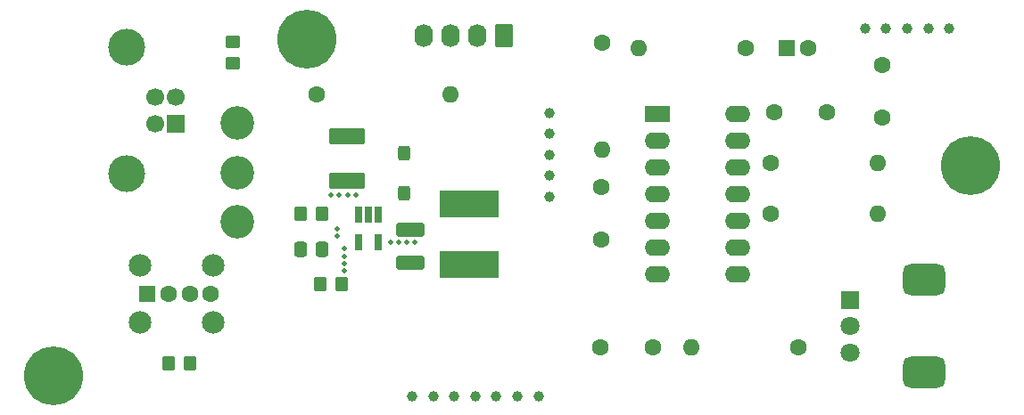
<source format=gts>
G04 #@! TF.GenerationSoftware,KiCad,Pcbnew,(7.0.0)*
G04 #@! TF.CreationDate,2023-03-01T02:56:27+01:00*
G04 #@! TF.ProjectId,Extracteur_Air_PcFan_5v,45787472-6163-4746-9575-725f4169725f,1.0*
G04 #@! TF.SameCoordinates,Original*
G04 #@! TF.FileFunction,Soldermask,Top*
G04 #@! TF.FilePolarity,Negative*
%FSLAX46Y46*%
G04 Gerber Fmt 4.6, Leading zero omitted, Abs format (unit mm)*
G04 Created by KiCad (PCBNEW (7.0.0)) date 2023-03-01 02:56:27*
%MOMM*%
%LPD*%
G01*
G04 APERTURE LIST*
G04 Aperture macros list*
%AMRoundRect*
0 Rectangle with rounded corners*
0 $1 Rounding radius*
0 $2 $3 $4 $5 $6 $7 $8 $9 X,Y pos of 4 corners*
0 Add a 4 corners polygon primitive as box body*
4,1,4,$2,$3,$4,$5,$6,$7,$8,$9,$2,$3,0*
0 Add four circle primitives for the rounded corners*
1,1,$1+$1,$2,$3*
1,1,$1+$1,$4,$5*
1,1,$1+$1,$6,$7*
1,1,$1+$1,$8,$9*
0 Add four rect primitives between the rounded corners*
20,1,$1+$1,$2,$3,$4,$5,0*
20,1,$1+$1,$4,$5,$6,$7,0*
20,1,$1+$1,$6,$7,$8,$9,0*
20,1,$1+$1,$8,$9,$2,$3,0*%
G04 Aperture macros list end*
%ADD10C,3.200000*%
%ADD11C,5.600000*%
%ADD12C,1.600000*%
%ADD13O,1.600000X1.600000*%
%ADD14RoundRect,0.250000X-0.450000X0.350000X-0.450000X-0.350000X0.450000X-0.350000X0.450000X0.350000X0*%
%ADD15RoundRect,0.250000X0.350000X0.450000X-0.350000X0.450000X-0.350000X-0.450000X0.350000X-0.450000X0*%
%ADD16R,1.700000X1.700000*%
%ADD17C,1.700000*%
%ADD18C,3.500000*%
%ADD19R,2.400000X1.600000*%
%ADD20O,2.400000X1.600000*%
%ADD21RoundRect,0.250000X0.620000X0.845000X-0.620000X0.845000X-0.620000X-0.845000X0.620000X-0.845000X0*%
%ADD22O,1.740000X2.190000*%
%ADD23R,1.600000X1.600000*%
%ADD24C,2.150000*%
%ADD25R,1.800000X1.800000*%
%ADD26C,1.800000*%
%ADD27RoundRect,0.750000X-1.250000X-0.750000X1.250000X-0.750000X1.250000X0.750000X-1.250000X0.750000X0*%
%ADD28RoundRect,0.300000X-0.300000X0.400000X-0.300000X-0.400000X0.300000X-0.400000X0.300000X0.400000X0*%
%ADD29R,0.650000X1.560000*%
%ADD30R,5.700000X2.600000*%
%ADD31RoundRect,0.250000X0.337500X0.475000X-0.337500X0.475000X-0.337500X-0.475000X0.337500X-0.475000X0*%
%ADD32RoundRect,0.250000X1.100000X-0.412500X1.100000X0.412500X-1.100000X0.412500X-1.100000X-0.412500X0*%
%ADD33RoundRect,0.250000X-1.450000X0.537500X-1.450000X-0.537500X1.450000X-0.537500X1.450000X0.537500X0*%
%ADD34C,1.000000*%
%ADD35C,0.500000*%
G04 APERTURE END LIST*
D10*
X91400000Y-81400000D03*
X91400000Y-76700000D03*
X91400000Y-72000000D03*
D11*
X98000000Y-64000000D03*
X161000000Y-76000000D03*
X74000000Y-96000000D03*
D12*
X142020000Y-80600000D03*
D13*
X152179999Y-80599999D03*
D14*
X91000000Y-64300000D03*
X91000000Y-66300000D03*
D15*
X86900000Y-94800000D03*
X84900000Y-94800000D03*
D12*
X142020000Y-75800000D03*
D13*
X152179999Y-75799999D03*
D16*
X85577499Y-72049999D03*
D17*
X85577500Y-69550000D03*
X83577500Y-69550000D03*
X83577500Y-72050000D03*
D18*
X80867500Y-76820000D03*
X80867500Y-64780000D03*
D19*
X131279999Y-71159999D03*
D20*
X131279999Y-73699999D03*
X131279999Y-76239999D03*
X131279999Y-78779999D03*
X131279999Y-81319999D03*
X131279999Y-83859999D03*
X131279999Y-86399999D03*
X138899999Y-86399999D03*
X138899999Y-83859999D03*
X138899999Y-81319999D03*
X138899999Y-78779999D03*
X138899999Y-76239999D03*
X138899999Y-73699999D03*
X138899999Y-71159999D03*
D21*
X116720000Y-63650000D03*
D22*
X114179999Y-63649999D03*
X111639999Y-63649999D03*
X109099999Y-63649999D03*
D23*
X82889999Y-88199999D03*
D12*
X84890000Y-88200000D03*
X86890000Y-88200000D03*
X88890000Y-88200000D03*
D24*
X82160000Y-85480000D03*
X82160000Y-90920000D03*
X89160000Y-85480000D03*
X89160000Y-90920000D03*
D12*
X152600000Y-71500000D03*
X152600000Y-66500000D03*
X98950000Y-69300000D03*
D13*
X111649999Y-69299999D03*
D25*
X149599999Y-88799999D03*
D26*
X149600000Y-91300000D03*
X149600000Y-93800000D03*
D27*
X156600000Y-86900000D03*
X156600000Y-95700000D03*
D12*
X125975000Y-83085000D03*
X125975000Y-78085000D03*
D23*
X143599999Y-64899999D03*
D12*
X145600000Y-64900000D03*
X126000000Y-64340000D03*
D13*
X125999999Y-74499999D03*
D28*
X107200000Y-74850000D03*
X107200000Y-78650000D03*
D12*
X125900000Y-93300000D03*
X130900000Y-93300000D03*
D29*
X104799999Y-80649999D03*
X103849999Y-80649999D03*
X102899999Y-80649999D03*
X102899999Y-83349999D03*
X104799999Y-83349999D03*
D12*
X144680000Y-93300000D03*
D13*
X134519999Y-93299999D03*
D30*
X113399999Y-85399999D03*
X113399999Y-79699999D03*
D12*
X139660000Y-64900000D03*
D13*
X129499999Y-64899999D03*
D15*
X101300000Y-87300000D03*
X99300000Y-87300000D03*
X99450000Y-80600000D03*
X97450000Y-80600000D03*
D31*
X99487500Y-84000000D03*
X97412500Y-84000000D03*
D32*
X107800000Y-85262500D03*
X107800000Y-82137500D03*
D33*
X101860000Y-73212500D03*
X101860000Y-77487500D03*
D12*
X142400000Y-70985000D03*
X147400000Y-70985000D03*
D34*
X157000000Y-63000000D03*
X153000000Y-63000000D03*
X121000000Y-73000000D03*
X121000000Y-77000000D03*
X118000000Y-98000000D03*
X114000000Y-98000000D03*
X110000000Y-98000000D03*
X159000000Y-63000000D03*
X155000000Y-63000000D03*
X151000000Y-63000000D03*
X121000000Y-79000000D03*
X121000000Y-71000000D03*
X121000000Y-75000000D03*
X120000000Y-98000000D03*
X116000000Y-98000000D03*
X112000000Y-98000000D03*
X108000000Y-98000000D03*
D35*
X101550000Y-84650000D03*
X100310000Y-78800000D03*
X101100000Y-78800000D03*
X106750000Y-83300000D03*
X108250000Y-83300000D03*
X101550000Y-83950000D03*
X101900000Y-78800000D03*
X107500000Y-83300000D03*
X101550000Y-85350000D03*
X100900000Y-82050000D03*
X100900000Y-82750000D03*
X106000000Y-83300000D03*
X102700000Y-78800000D03*
X101550000Y-86050000D03*
M02*

</source>
